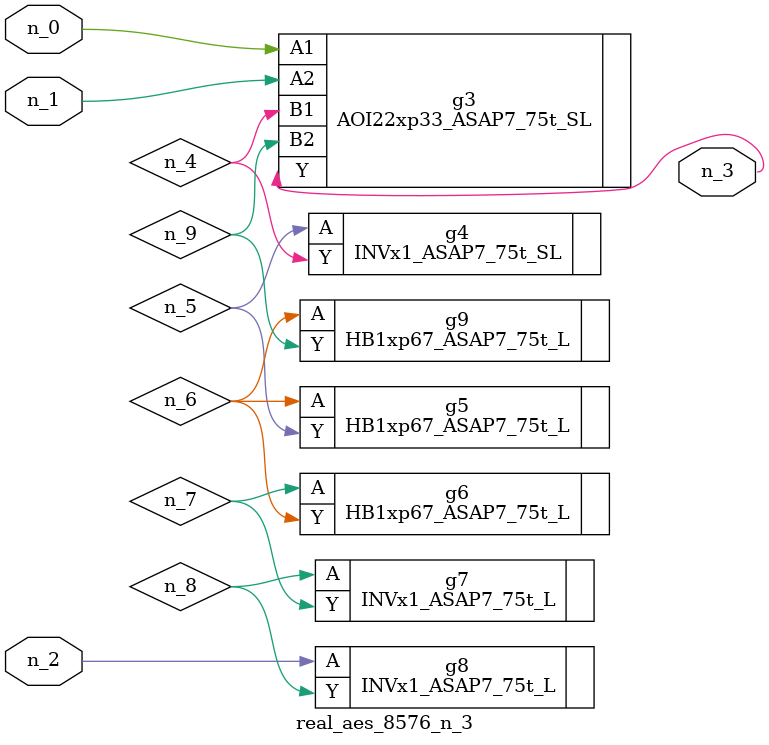
<source format=v>
module real_aes_8576_n_3 (n_0, n_2, n_1, n_3);
input n_0;
input n_2;
input n_1;
output n_3;
wire n_4;
wire n_5;
wire n_7;
wire n_9;
wire n_6;
wire n_8;
AOI22xp33_ASAP7_75t_SL g3 ( .A1(n_0), .A2(n_1), .B1(n_4), .B2(n_9), .Y(n_3) );
INVx1_ASAP7_75t_L g8 ( .A(n_2), .Y(n_8) );
INVx1_ASAP7_75t_SL g4 ( .A(n_5), .Y(n_4) );
HB1xp67_ASAP7_75t_L g5 ( .A(n_6), .Y(n_5) );
HB1xp67_ASAP7_75t_L g9 ( .A(n_6), .Y(n_9) );
HB1xp67_ASAP7_75t_L g6 ( .A(n_7), .Y(n_6) );
INVx1_ASAP7_75t_L g7 ( .A(n_8), .Y(n_7) );
endmodule
</source>
